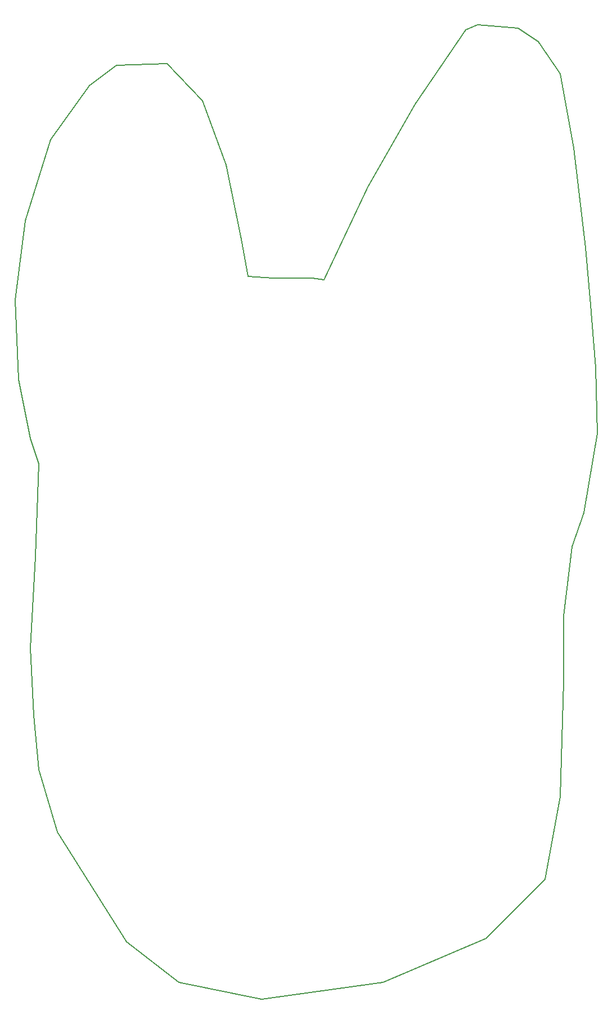
<source format=gm1>
G04 #@! TF.GenerationSoftware,KiCad,Pcbnew,(5.1.5)-1*
G04 #@! TF.CreationDate,2021-06-10T20:45:23-04:00*
G04 #@! TF.ProjectId,meishi2,6d656973-6869-4322-9e6b-696361645f70,rev?*
G04 #@! TF.SameCoordinates,Original*
G04 #@! TF.FileFunction,Profile,NP*
%FSLAX46Y46*%
G04 Gerber Fmt 4.6, Leading zero omitted, Abs format (unit mm)*
G04 Created by KiCad (PCBNEW (5.1.5)-1) date 2021-06-10 20:45:23*
%MOMM*%
%LPD*%
G04 APERTURE LIST*
%ADD10C,0.150000*%
G04 APERTURE END LIST*
D10*
X173482000Y-97028000D02*
X175260000Y-91948000D01*
X172212000Y-107442000D02*
X173482000Y-97028000D01*
X172212000Y-117348000D02*
X172212000Y-107442000D01*
X171704000Y-134620000D02*
X172212000Y-117348000D01*
X93218000Y-84582000D02*
X91948000Y-80772000D01*
X92710000Y-98552000D02*
X93218000Y-84582000D01*
X91948000Y-112268000D02*
X92710000Y-98552000D01*
X92456000Y-122428000D02*
X91948000Y-112268000D01*
X93218000Y-130556000D02*
X92456000Y-122428000D01*
X96012000Y-139954000D02*
X93218000Y-130556000D01*
X106426000Y-156464000D02*
X96012000Y-139954000D01*
X114300000Y-162560000D02*
X106426000Y-156464000D01*
X126746000Y-165100000D02*
X114300000Y-162560000D01*
X145034000Y-162560000D02*
X126746000Y-165100000D01*
X160528000Y-155956000D02*
X145034000Y-162560000D01*
X169418000Y-147066000D02*
X160528000Y-155956000D01*
X171704000Y-134620000D02*
X169418000Y-147066000D01*
X177292000Y-80010000D02*
X175260000Y-91948000D01*
X177038000Y-70104000D02*
X177292000Y-80010000D01*
X176276000Y-60706000D02*
X177038000Y-70104000D01*
X175514000Y-52070000D02*
X176276000Y-60706000D01*
X173736000Y-37084000D02*
X175514000Y-52070000D01*
X171704000Y-25908000D02*
X173736000Y-37084000D01*
X168402000Y-21082000D02*
X171704000Y-25908000D01*
X165354000Y-19050000D02*
X168402000Y-21082000D01*
X159258000Y-18542000D02*
X165354000Y-19050000D01*
X157480000Y-19304000D02*
X159258000Y-18542000D01*
X149860000Y-30480000D02*
X157480000Y-19304000D01*
X142748000Y-42926000D02*
X149860000Y-30480000D01*
X136144000Y-56896000D02*
X142748000Y-42926000D01*
X134366000Y-56642000D02*
X136144000Y-56896000D01*
X128524000Y-56642000D02*
X134366000Y-56642000D01*
X124714000Y-56388000D02*
X128524000Y-56642000D01*
X123698000Y-50800000D02*
X124714000Y-56388000D01*
X121412000Y-39624000D02*
X123698000Y-50800000D01*
X117856000Y-29972000D02*
X121412000Y-39624000D01*
X112522000Y-24384000D02*
X117856000Y-29972000D01*
X104902000Y-24638000D02*
X112522000Y-24384000D01*
X100838000Y-27686000D02*
X104902000Y-24638000D01*
X94996000Y-35814000D02*
X100838000Y-27686000D01*
X91186000Y-48006000D02*
X94996000Y-35814000D01*
X89662000Y-59944000D02*
X91186000Y-48006000D01*
X90170000Y-71882000D02*
X89662000Y-59944000D01*
X91948000Y-80772000D02*
X90170000Y-71882000D01*
M02*

</source>
